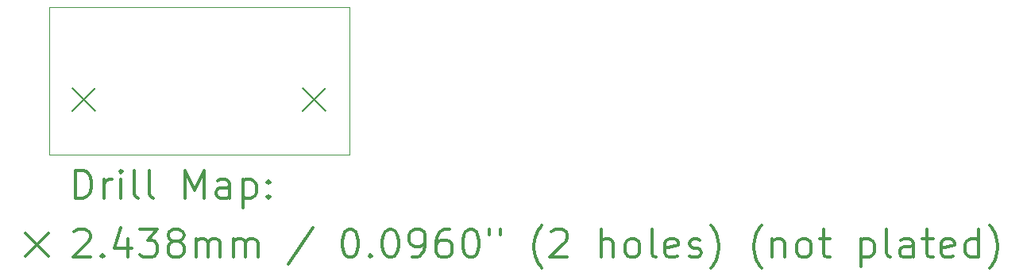
<source format=gbr>
%FSLAX45Y45*%
G04 Gerber Fmt 4.5, Leading zero omitted, Abs format (unit mm)*
G04 Created by KiCad (PCBNEW (5.1.10)-1) date 2021-10-13 14:36:59*
%MOMM*%
%LPD*%
G01*
G04 APERTURE LIST*
%TA.AperFunction,Profile*%
%ADD10C,0.050000*%
%TD*%
%ADD11C,0.200000*%
%ADD12C,0.300000*%
G04 APERTURE END LIST*
D10*
X12700000Y-14274800D02*
X12700000Y-12700000D01*
X15900400Y-14274800D02*
X12700000Y-14274800D01*
X15900400Y-12700000D02*
X15900400Y-14274800D01*
X12700000Y-12700000D02*
X15900400Y-12700000D01*
D11*
X12952730Y-13568680D02*
X13196570Y-13812520D01*
X13196570Y-13568680D02*
X12952730Y-13812520D01*
X15403830Y-13568680D02*
X15647670Y-13812520D01*
X15647670Y-13568680D02*
X15403830Y-13812520D01*
D12*
X12983928Y-14743014D02*
X12983928Y-14443014D01*
X13055357Y-14443014D01*
X13098214Y-14457300D01*
X13126786Y-14485871D01*
X13141071Y-14514443D01*
X13155357Y-14571586D01*
X13155357Y-14614443D01*
X13141071Y-14671586D01*
X13126786Y-14700157D01*
X13098214Y-14728729D01*
X13055357Y-14743014D01*
X12983928Y-14743014D01*
X13283928Y-14743014D02*
X13283928Y-14543014D01*
X13283928Y-14600157D02*
X13298214Y-14571586D01*
X13312500Y-14557300D01*
X13341071Y-14543014D01*
X13369643Y-14543014D01*
X13469643Y-14743014D02*
X13469643Y-14543014D01*
X13469643Y-14443014D02*
X13455357Y-14457300D01*
X13469643Y-14471586D01*
X13483928Y-14457300D01*
X13469643Y-14443014D01*
X13469643Y-14471586D01*
X13655357Y-14743014D02*
X13626786Y-14728729D01*
X13612500Y-14700157D01*
X13612500Y-14443014D01*
X13812500Y-14743014D02*
X13783928Y-14728729D01*
X13769643Y-14700157D01*
X13769643Y-14443014D01*
X14155357Y-14743014D02*
X14155357Y-14443014D01*
X14255357Y-14657300D01*
X14355357Y-14443014D01*
X14355357Y-14743014D01*
X14626786Y-14743014D02*
X14626786Y-14585871D01*
X14612500Y-14557300D01*
X14583928Y-14543014D01*
X14526786Y-14543014D01*
X14498214Y-14557300D01*
X14626786Y-14728729D02*
X14598214Y-14743014D01*
X14526786Y-14743014D01*
X14498214Y-14728729D01*
X14483928Y-14700157D01*
X14483928Y-14671586D01*
X14498214Y-14643014D01*
X14526786Y-14628729D01*
X14598214Y-14628729D01*
X14626786Y-14614443D01*
X14769643Y-14543014D02*
X14769643Y-14843014D01*
X14769643Y-14557300D02*
X14798214Y-14543014D01*
X14855357Y-14543014D01*
X14883928Y-14557300D01*
X14898214Y-14571586D01*
X14912500Y-14600157D01*
X14912500Y-14685871D01*
X14898214Y-14714443D01*
X14883928Y-14728729D01*
X14855357Y-14743014D01*
X14798214Y-14743014D01*
X14769643Y-14728729D01*
X15041071Y-14714443D02*
X15055357Y-14728729D01*
X15041071Y-14743014D01*
X15026786Y-14728729D01*
X15041071Y-14714443D01*
X15041071Y-14743014D01*
X15041071Y-14557300D02*
X15055357Y-14571586D01*
X15041071Y-14585871D01*
X15026786Y-14571586D01*
X15041071Y-14557300D01*
X15041071Y-14585871D01*
X12453660Y-15115380D02*
X12697500Y-15359220D01*
X12697500Y-15115380D02*
X12453660Y-15359220D01*
X12969643Y-15101586D02*
X12983928Y-15087300D01*
X13012500Y-15073014D01*
X13083928Y-15073014D01*
X13112500Y-15087300D01*
X13126786Y-15101586D01*
X13141071Y-15130157D01*
X13141071Y-15158729D01*
X13126786Y-15201586D01*
X12955357Y-15373014D01*
X13141071Y-15373014D01*
X13269643Y-15344443D02*
X13283928Y-15358729D01*
X13269643Y-15373014D01*
X13255357Y-15358729D01*
X13269643Y-15344443D01*
X13269643Y-15373014D01*
X13541071Y-15173014D02*
X13541071Y-15373014D01*
X13469643Y-15058729D02*
X13398214Y-15273014D01*
X13583928Y-15273014D01*
X13669643Y-15073014D02*
X13855357Y-15073014D01*
X13755357Y-15187300D01*
X13798214Y-15187300D01*
X13826786Y-15201586D01*
X13841071Y-15215871D01*
X13855357Y-15244443D01*
X13855357Y-15315871D01*
X13841071Y-15344443D01*
X13826786Y-15358729D01*
X13798214Y-15373014D01*
X13712500Y-15373014D01*
X13683928Y-15358729D01*
X13669643Y-15344443D01*
X14026786Y-15201586D02*
X13998214Y-15187300D01*
X13983928Y-15173014D01*
X13969643Y-15144443D01*
X13969643Y-15130157D01*
X13983928Y-15101586D01*
X13998214Y-15087300D01*
X14026786Y-15073014D01*
X14083928Y-15073014D01*
X14112500Y-15087300D01*
X14126786Y-15101586D01*
X14141071Y-15130157D01*
X14141071Y-15144443D01*
X14126786Y-15173014D01*
X14112500Y-15187300D01*
X14083928Y-15201586D01*
X14026786Y-15201586D01*
X13998214Y-15215871D01*
X13983928Y-15230157D01*
X13969643Y-15258729D01*
X13969643Y-15315871D01*
X13983928Y-15344443D01*
X13998214Y-15358729D01*
X14026786Y-15373014D01*
X14083928Y-15373014D01*
X14112500Y-15358729D01*
X14126786Y-15344443D01*
X14141071Y-15315871D01*
X14141071Y-15258729D01*
X14126786Y-15230157D01*
X14112500Y-15215871D01*
X14083928Y-15201586D01*
X14269643Y-15373014D02*
X14269643Y-15173014D01*
X14269643Y-15201586D02*
X14283928Y-15187300D01*
X14312500Y-15173014D01*
X14355357Y-15173014D01*
X14383928Y-15187300D01*
X14398214Y-15215871D01*
X14398214Y-15373014D01*
X14398214Y-15215871D02*
X14412500Y-15187300D01*
X14441071Y-15173014D01*
X14483928Y-15173014D01*
X14512500Y-15187300D01*
X14526786Y-15215871D01*
X14526786Y-15373014D01*
X14669643Y-15373014D02*
X14669643Y-15173014D01*
X14669643Y-15201586D02*
X14683928Y-15187300D01*
X14712500Y-15173014D01*
X14755357Y-15173014D01*
X14783928Y-15187300D01*
X14798214Y-15215871D01*
X14798214Y-15373014D01*
X14798214Y-15215871D02*
X14812500Y-15187300D01*
X14841071Y-15173014D01*
X14883928Y-15173014D01*
X14912500Y-15187300D01*
X14926786Y-15215871D01*
X14926786Y-15373014D01*
X15512500Y-15058729D02*
X15255357Y-15444443D01*
X15898214Y-15073014D02*
X15926786Y-15073014D01*
X15955357Y-15087300D01*
X15969643Y-15101586D01*
X15983928Y-15130157D01*
X15998214Y-15187300D01*
X15998214Y-15258729D01*
X15983928Y-15315871D01*
X15969643Y-15344443D01*
X15955357Y-15358729D01*
X15926786Y-15373014D01*
X15898214Y-15373014D01*
X15869643Y-15358729D01*
X15855357Y-15344443D01*
X15841071Y-15315871D01*
X15826786Y-15258729D01*
X15826786Y-15187300D01*
X15841071Y-15130157D01*
X15855357Y-15101586D01*
X15869643Y-15087300D01*
X15898214Y-15073014D01*
X16126786Y-15344443D02*
X16141071Y-15358729D01*
X16126786Y-15373014D01*
X16112500Y-15358729D01*
X16126786Y-15344443D01*
X16126786Y-15373014D01*
X16326786Y-15073014D02*
X16355357Y-15073014D01*
X16383928Y-15087300D01*
X16398214Y-15101586D01*
X16412500Y-15130157D01*
X16426786Y-15187300D01*
X16426786Y-15258729D01*
X16412500Y-15315871D01*
X16398214Y-15344443D01*
X16383928Y-15358729D01*
X16355357Y-15373014D01*
X16326786Y-15373014D01*
X16298214Y-15358729D01*
X16283928Y-15344443D01*
X16269643Y-15315871D01*
X16255357Y-15258729D01*
X16255357Y-15187300D01*
X16269643Y-15130157D01*
X16283928Y-15101586D01*
X16298214Y-15087300D01*
X16326786Y-15073014D01*
X16569643Y-15373014D02*
X16626786Y-15373014D01*
X16655357Y-15358729D01*
X16669643Y-15344443D01*
X16698214Y-15301586D01*
X16712500Y-15244443D01*
X16712500Y-15130157D01*
X16698214Y-15101586D01*
X16683928Y-15087300D01*
X16655357Y-15073014D01*
X16598214Y-15073014D01*
X16569643Y-15087300D01*
X16555357Y-15101586D01*
X16541071Y-15130157D01*
X16541071Y-15201586D01*
X16555357Y-15230157D01*
X16569643Y-15244443D01*
X16598214Y-15258729D01*
X16655357Y-15258729D01*
X16683928Y-15244443D01*
X16698214Y-15230157D01*
X16712500Y-15201586D01*
X16969643Y-15073014D02*
X16912500Y-15073014D01*
X16883928Y-15087300D01*
X16869643Y-15101586D01*
X16841071Y-15144443D01*
X16826786Y-15201586D01*
X16826786Y-15315871D01*
X16841071Y-15344443D01*
X16855357Y-15358729D01*
X16883928Y-15373014D01*
X16941071Y-15373014D01*
X16969643Y-15358729D01*
X16983928Y-15344443D01*
X16998214Y-15315871D01*
X16998214Y-15244443D01*
X16983928Y-15215871D01*
X16969643Y-15201586D01*
X16941071Y-15187300D01*
X16883928Y-15187300D01*
X16855357Y-15201586D01*
X16841071Y-15215871D01*
X16826786Y-15244443D01*
X17183928Y-15073014D02*
X17212500Y-15073014D01*
X17241071Y-15087300D01*
X17255357Y-15101586D01*
X17269643Y-15130157D01*
X17283928Y-15187300D01*
X17283928Y-15258729D01*
X17269643Y-15315871D01*
X17255357Y-15344443D01*
X17241071Y-15358729D01*
X17212500Y-15373014D01*
X17183928Y-15373014D01*
X17155357Y-15358729D01*
X17141071Y-15344443D01*
X17126786Y-15315871D01*
X17112500Y-15258729D01*
X17112500Y-15187300D01*
X17126786Y-15130157D01*
X17141071Y-15101586D01*
X17155357Y-15087300D01*
X17183928Y-15073014D01*
X17398214Y-15073014D02*
X17398214Y-15130157D01*
X17512500Y-15073014D02*
X17512500Y-15130157D01*
X17955357Y-15487300D02*
X17941071Y-15473014D01*
X17912500Y-15430157D01*
X17898214Y-15401586D01*
X17883928Y-15358729D01*
X17869643Y-15287300D01*
X17869643Y-15230157D01*
X17883928Y-15158729D01*
X17898214Y-15115871D01*
X17912500Y-15087300D01*
X17941071Y-15044443D01*
X17955357Y-15030157D01*
X18055357Y-15101586D02*
X18069643Y-15087300D01*
X18098214Y-15073014D01*
X18169643Y-15073014D01*
X18198214Y-15087300D01*
X18212500Y-15101586D01*
X18226786Y-15130157D01*
X18226786Y-15158729D01*
X18212500Y-15201586D01*
X18041071Y-15373014D01*
X18226786Y-15373014D01*
X18583928Y-15373014D02*
X18583928Y-15073014D01*
X18712500Y-15373014D02*
X18712500Y-15215871D01*
X18698214Y-15187300D01*
X18669643Y-15173014D01*
X18626786Y-15173014D01*
X18598214Y-15187300D01*
X18583928Y-15201586D01*
X18898214Y-15373014D02*
X18869643Y-15358729D01*
X18855357Y-15344443D01*
X18841071Y-15315871D01*
X18841071Y-15230157D01*
X18855357Y-15201586D01*
X18869643Y-15187300D01*
X18898214Y-15173014D01*
X18941071Y-15173014D01*
X18969643Y-15187300D01*
X18983928Y-15201586D01*
X18998214Y-15230157D01*
X18998214Y-15315871D01*
X18983928Y-15344443D01*
X18969643Y-15358729D01*
X18941071Y-15373014D01*
X18898214Y-15373014D01*
X19169643Y-15373014D02*
X19141071Y-15358729D01*
X19126786Y-15330157D01*
X19126786Y-15073014D01*
X19398214Y-15358729D02*
X19369643Y-15373014D01*
X19312500Y-15373014D01*
X19283928Y-15358729D01*
X19269643Y-15330157D01*
X19269643Y-15215871D01*
X19283928Y-15187300D01*
X19312500Y-15173014D01*
X19369643Y-15173014D01*
X19398214Y-15187300D01*
X19412500Y-15215871D01*
X19412500Y-15244443D01*
X19269643Y-15273014D01*
X19526786Y-15358729D02*
X19555357Y-15373014D01*
X19612500Y-15373014D01*
X19641071Y-15358729D01*
X19655357Y-15330157D01*
X19655357Y-15315871D01*
X19641071Y-15287300D01*
X19612500Y-15273014D01*
X19569643Y-15273014D01*
X19541071Y-15258729D01*
X19526786Y-15230157D01*
X19526786Y-15215871D01*
X19541071Y-15187300D01*
X19569643Y-15173014D01*
X19612500Y-15173014D01*
X19641071Y-15187300D01*
X19755357Y-15487300D02*
X19769643Y-15473014D01*
X19798214Y-15430157D01*
X19812500Y-15401586D01*
X19826786Y-15358729D01*
X19841071Y-15287300D01*
X19841071Y-15230157D01*
X19826786Y-15158729D01*
X19812500Y-15115871D01*
X19798214Y-15087300D01*
X19769643Y-15044443D01*
X19755357Y-15030157D01*
X20298214Y-15487300D02*
X20283928Y-15473014D01*
X20255357Y-15430157D01*
X20241071Y-15401586D01*
X20226786Y-15358729D01*
X20212500Y-15287300D01*
X20212500Y-15230157D01*
X20226786Y-15158729D01*
X20241071Y-15115871D01*
X20255357Y-15087300D01*
X20283928Y-15044443D01*
X20298214Y-15030157D01*
X20412500Y-15173014D02*
X20412500Y-15373014D01*
X20412500Y-15201586D02*
X20426786Y-15187300D01*
X20455357Y-15173014D01*
X20498214Y-15173014D01*
X20526786Y-15187300D01*
X20541071Y-15215871D01*
X20541071Y-15373014D01*
X20726786Y-15373014D02*
X20698214Y-15358729D01*
X20683928Y-15344443D01*
X20669643Y-15315871D01*
X20669643Y-15230157D01*
X20683928Y-15201586D01*
X20698214Y-15187300D01*
X20726786Y-15173014D01*
X20769643Y-15173014D01*
X20798214Y-15187300D01*
X20812500Y-15201586D01*
X20826786Y-15230157D01*
X20826786Y-15315871D01*
X20812500Y-15344443D01*
X20798214Y-15358729D01*
X20769643Y-15373014D01*
X20726786Y-15373014D01*
X20912500Y-15173014D02*
X21026786Y-15173014D01*
X20955357Y-15073014D02*
X20955357Y-15330157D01*
X20969643Y-15358729D01*
X20998214Y-15373014D01*
X21026786Y-15373014D01*
X21355357Y-15173014D02*
X21355357Y-15473014D01*
X21355357Y-15187300D02*
X21383928Y-15173014D01*
X21441071Y-15173014D01*
X21469643Y-15187300D01*
X21483928Y-15201586D01*
X21498214Y-15230157D01*
X21498214Y-15315871D01*
X21483928Y-15344443D01*
X21469643Y-15358729D01*
X21441071Y-15373014D01*
X21383928Y-15373014D01*
X21355357Y-15358729D01*
X21669643Y-15373014D02*
X21641071Y-15358729D01*
X21626786Y-15330157D01*
X21626786Y-15073014D01*
X21912500Y-15373014D02*
X21912500Y-15215871D01*
X21898214Y-15187300D01*
X21869643Y-15173014D01*
X21812500Y-15173014D01*
X21783928Y-15187300D01*
X21912500Y-15358729D02*
X21883928Y-15373014D01*
X21812500Y-15373014D01*
X21783928Y-15358729D01*
X21769643Y-15330157D01*
X21769643Y-15301586D01*
X21783928Y-15273014D01*
X21812500Y-15258729D01*
X21883928Y-15258729D01*
X21912500Y-15244443D01*
X22012500Y-15173014D02*
X22126786Y-15173014D01*
X22055357Y-15073014D02*
X22055357Y-15330157D01*
X22069643Y-15358729D01*
X22098214Y-15373014D01*
X22126786Y-15373014D01*
X22341071Y-15358729D02*
X22312500Y-15373014D01*
X22255357Y-15373014D01*
X22226786Y-15358729D01*
X22212500Y-15330157D01*
X22212500Y-15215871D01*
X22226786Y-15187300D01*
X22255357Y-15173014D01*
X22312500Y-15173014D01*
X22341071Y-15187300D01*
X22355357Y-15215871D01*
X22355357Y-15244443D01*
X22212500Y-15273014D01*
X22612500Y-15373014D02*
X22612500Y-15073014D01*
X22612500Y-15358729D02*
X22583928Y-15373014D01*
X22526786Y-15373014D01*
X22498214Y-15358729D01*
X22483928Y-15344443D01*
X22469643Y-15315871D01*
X22469643Y-15230157D01*
X22483928Y-15201586D01*
X22498214Y-15187300D01*
X22526786Y-15173014D01*
X22583928Y-15173014D01*
X22612500Y-15187300D01*
X22726786Y-15487300D02*
X22741071Y-15473014D01*
X22769643Y-15430157D01*
X22783928Y-15401586D01*
X22798214Y-15358729D01*
X22812500Y-15287300D01*
X22812500Y-15230157D01*
X22798214Y-15158729D01*
X22783928Y-15115871D01*
X22769643Y-15087300D01*
X22741071Y-15044443D01*
X22726786Y-15030157D01*
M02*

</source>
